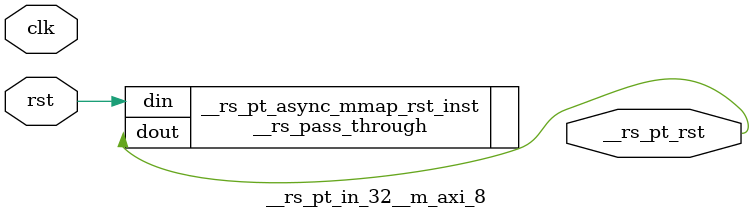
<source format=v>
`timescale 1 ns / 1 ps
/**   Generated by RapidStream   **/
module __rs_pt_in_32__m_axi_8 #(
    parameter BufferSize         = 32,
    parameter BufferSizeLog      = 5,
    parameter AddrWidth          = 64,
    parameter AxiSideAddrWidth   = 64,
    parameter DataWidth          = 512,
    parameter DataWidthBytesLog  = 6,
    parameter WaitTimeWidth      = 4,
    parameter BurstLenWidth      = 8,
    parameter EnableReadChannel  = 1,
    parameter EnableWriteChannel = 1,
    parameter MaxWaitTime        = 3,
    parameter MaxBurstLen        = 15
) (
    output wire __rs_pt_rst,
    input wire  clk,
    input wire  rst
);




__rs_pass_through #(
    .WIDTH (1)
) __rs_pt_async_mmap_rst_inst /**   Generated by RapidStream   **/ (
    .din  (rst),
    .dout (__rs_pt_rst)
);

endmodule  // __rs_pt_in_32__m_axi_8
</source>
